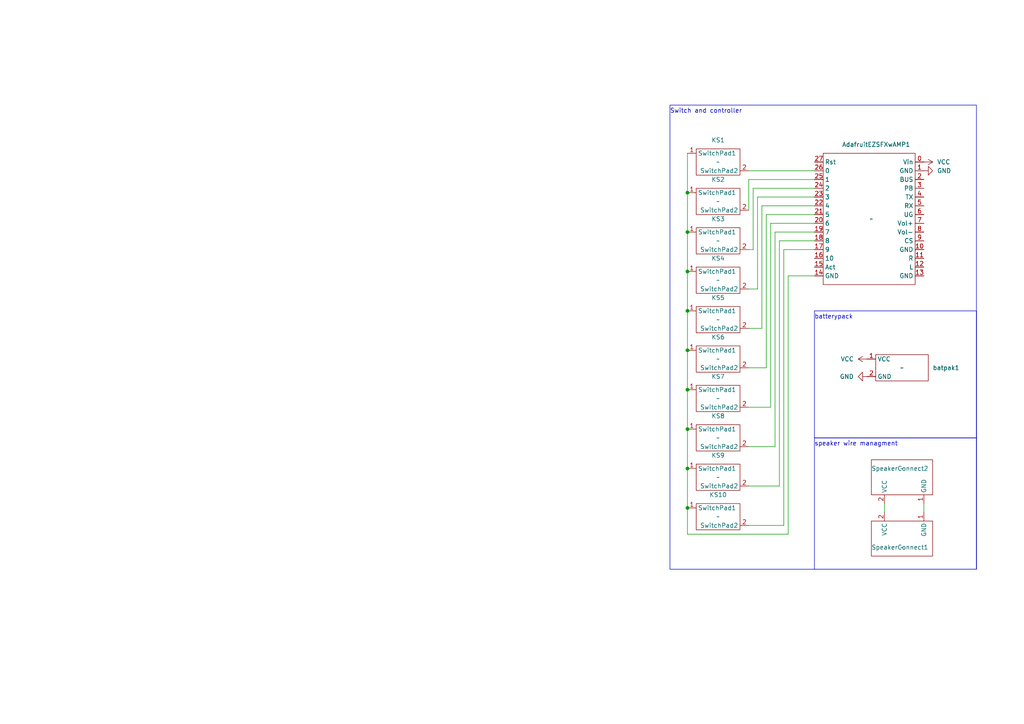
<source format=kicad_sch>
(kicad_sch (version 20230121) (generator eeschema)

  (uuid 2351d917-46bc-4b99-a92d-0352dc7453ac)

  (paper "A4")

  (lib_symbols
    (symbol "SoundboardSchematics:BatteryPack" (in_bom yes) (on_board yes)
      (property "Reference" "batpak" (at 0 0 0)
        (effects (font (size 1.27 1.27)))
      )
      (property "Value" "" (at 0 0 0)
        (effects (font (size 1.27 1.27)))
      )
      (property "Footprint" "SoundboardFootprints:BatteryPack" (at 0 0 0)
        (effects (font (size 1.27 1.27)) hide)
      )
      (property "Datasheet" "" (at 0 0 0)
        (effects (font (size 1.27 1.27)) hide)
      )
      (symbol "BatteryPack_0_1"
        (rectangle (start -7.62 3.81) (end 7.62 -3.81)
          (stroke (width 0) (type default))
          (fill (type none))
        )
      )
      (symbol "BatteryPack_1_1"
        (pin input line (at -10.16 2.54 0) (length 2.54)
          (name "VCC" (effects (font (size 1.27 1.27))))
          (number "1" (effects (font (size 1.27 1.27))))
        )
        (pin input line (at -10.16 -2.54 0) (length 2.54)
          (name "GND" (effects (font (size 1.27 1.27))))
          (number "2" (effects (font (size 1.27 1.27))))
        )
      )
    )
    (symbol "SoundboardSchematics:SpeakerConnections" (in_bom yes) (on_board yes)
      (property "Reference" "SpeakerConnect" (at 0 0 0)
        (effects (font (size 1.27 1.27)))
      )
      (property "Value" "" (at 0 0 0)
        (effects (font (size 1.27 1.27)))
      )
      (property "Footprint" "SoundboardFootprints:SpeakerConnections" (at 0 0 0)
        (effects (font (size 1.27 1.27)) hide)
      )
      (property "Datasheet" "" (at 0 0 0)
        (effects (font (size 1.27 1.27)) hide)
      )
      (symbol "SpeakerConnections_0_1"
        (rectangle (start -8.89 7.62) (end 8.89 -2.54)
          (stroke (width 0) (type default))
          (fill (type none))
        )
      )
      (symbol "SpeakerConnections_1_1"
        (pin input line (at -6.35 10.16 270) (length 2.54)
          (name "GND" (effects (font (size 1.27 1.27))))
          (number "1" (effects (font (size 1.27 1.27))))
        )
        (pin input line (at 5.08 10.16 270) (length 2.54)
          (name "VCC" (effects (font (size 1.27 1.27))))
          (number "2" (effects (font (size 1.27 1.27))))
        )
      )
    )
    (symbol "SoundboardSymbols:Adafruit_EZ_SFX_with_amp" (in_bom yes) (on_board yes)
      (property "Reference" "AdafruitEZSFXwAMP" (at 0 0 90)
        (effects (font (size 1.27 1.27)))
      )
      (property "Value" "" (at 0 0 0)
        (effects (font (size 1.27 1.27)))
      )
      (property "Footprint" "SoundboardFootprints:Adafruit EZ SFX with amp" (at 0 0 0)
        (effects (font (size 1.27 1.27)) hide)
      )
      (property "Datasheet" "" (at 0 0 0)
        (effects (font (size 1.27 1.27)) hide)
      )
      (symbol "Adafruit_EZ_SFX_with_amp_0_0"
        (text "" (at 16.51 -6.35 0)
          (effects (font (size 1.27 1.27)))
        )
      )
      (symbol "Adafruit_EZ_SFX_with_amp_0_1"
        (rectangle (start -13.97 19.05) (end 12.7 -19.05)
          (stroke (width 0) (type default))
          (fill (type none))
        )
      )
      (symbol "Adafruit_EZ_SFX_with_amp_1_1"
        (pin bidirectional line (at 15.24 16.51 180) (length 2.54)
          (name "Vin" (effects (font (size 1.27 1.27))))
          (number "0" (effects (font (size 1.27 1.27))))
        )
        (pin bidirectional line (at 15.24 13.97 180) (length 2.54)
          (name "GND" (effects (font (size 1.27 1.27))))
          (number "1" (effects (font (size 1.27 1.27))))
        )
        (pin bidirectional line (at 15.24 -8.89 180) (length 2.54)
          (name "GND" (effects (font (size 1.27 1.27))))
          (number "10" (effects (font (size 1.27 1.27))))
        )
        (pin bidirectional line (at 15.24 -11.43 180) (length 2.54)
          (name "R" (effects (font (size 1.27 1.27))))
          (number "11" (effects (font (size 1.27 1.27))))
        )
        (pin bidirectional line (at 15.24 -13.97 180) (length 2.54)
          (name "L" (effects (font (size 1.27 1.27))))
          (number "12" (effects (font (size 1.27 1.27))))
        )
        (pin bidirectional line (at 15.24 -16.51 180) (length 2.54)
          (name "GND" (effects (font (size 1.27 1.27))))
          (number "13" (effects (font (size 1.27 1.27))))
        )
        (pin bidirectional line (at -16.51 -16.51 0) (length 2.54)
          (name "GND" (effects (font (size 1.27 1.27))))
          (number "14" (effects (font (size 1.27 1.27))))
        )
        (pin bidirectional line (at -16.51 -13.97 0) (length 2.54)
          (name "Act" (effects (font (size 1.27 1.27))))
          (number "15" (effects (font (size 1.27 1.27))))
        )
        (pin bidirectional line (at -16.51 -11.43 0) (length 2.54)
          (name "10" (effects (font (size 1.27 1.27))))
          (number "16" (effects (font (size 1.27 1.27))))
        )
        (pin bidirectional line (at -16.51 -8.89 0) (length 2.54)
          (name "9" (effects (font (size 1.27 1.27))))
          (number "17" (effects (font (size 1.27 1.27))))
        )
        (pin bidirectional line (at -16.51 -6.35 0) (length 2.54)
          (name "8" (effects (font (size 1.27 1.27))))
          (number "18" (effects (font (size 1.27 1.27))))
        )
        (pin bidirectional line (at -16.51 -3.81 0) (length 2.54)
          (name "7" (effects (font (size 1.27 1.27))))
          (number "19" (effects (font (size 1.27 1.27))))
        )
        (pin bidirectional line (at 15.24 11.43 180) (length 2.54)
          (name "BUS" (effects (font (size 1.27 1.27))))
          (number "2" (effects (font (size 1.27 1.27))))
        )
        (pin bidirectional line (at -16.51 -1.27 0) (length 2.54)
          (name "6" (effects (font (size 1.27 1.27))))
          (number "20" (effects (font (size 1.27 1.27))))
        )
        (pin bidirectional line (at -16.51 1.27 0) (length 2.54)
          (name "5" (effects (font (size 1.27 1.27))))
          (number "21" (effects (font (size 1.27 1.27))))
        )
        (pin bidirectional line (at -16.51 3.81 0) (length 2.54)
          (name "4" (effects (font (size 1.27 1.27))))
          (number "22" (effects (font (size 1.27 1.27))))
        )
        (pin bidirectional line (at -16.51 6.35 0) (length 2.54)
          (name "3" (effects (font (size 1.27 1.27))))
          (number "23" (effects (font (size 1.27 1.27))))
        )
        (pin bidirectional line (at -16.51 8.89 0) (length 2.54)
          (name "2" (effects (font (size 1.27 1.27))))
          (number "24" (effects (font (size 1.27 1.27))))
        )
        (pin bidirectional line (at -16.51 11.43 0) (length 2.54)
          (name "1" (effects (font (size 1.27 1.27))))
          (number "25" (effects (font (size 1.27 1.27))))
        )
        (pin bidirectional line (at -16.51 13.97 0) (length 2.54)
          (name "0" (effects (font (size 1.27 1.27))))
          (number "26" (effects (font (size 1.27 1.27))))
        )
        (pin bidirectional line (at -16.51 16.51 0) (length 2.54)
          (name "Rst" (effects (font (size 1.27 1.27))))
          (number "27" (effects (font (size 1.27 1.27))))
        )
        (pin bidirectional line (at 15.24 8.89 180) (length 2.54)
          (name "PB" (effects (font (size 1.27 1.27))))
          (number "3" (effects (font (size 1.27 1.27))))
        )
        (pin bidirectional line (at 15.24 6.35 180) (length 2.54)
          (name "TX" (effects (font (size 1.27 1.27))))
          (number "4" (effects (font (size 1.27 1.27))))
        )
        (pin bidirectional line (at 15.24 3.81 180) (length 2.54)
          (name "RX" (effects (font (size 1.27 1.27))))
          (number "5" (effects (font (size 1.27 1.27))))
        )
        (pin bidirectional line (at 15.24 1.27 180) (length 2.54)
          (name "UG" (effects (font (size 1.27 1.27))))
          (number "6" (effects (font (size 1.27 1.27))))
        )
        (pin bidirectional line (at 15.24 -1.27 180) (length 2.54)
          (name "Vol+" (effects (font (size 1.27 1.27))))
          (number "7" (effects (font (size 1.27 1.27))))
        )
        (pin bidirectional line (at 15.24 -3.81 180) (length 2.54)
          (name "Vol-" (effects (font (size 1.27 1.27))))
          (number "8" (effects (font (size 1.27 1.27))))
        )
        (pin bidirectional line (at 15.24 -6.35 180) (length 2.54)
          (name "CS" (effects (font (size 1.27 1.27))))
          (number "9" (effects (font (size 1.27 1.27))))
        )
      )
    )
    (symbol "SoundboardSymbols:KeybaordSwtich" (in_bom yes) (on_board yes)
      (property "Reference" "KS" (at 0 0 0)
        (effects (font (size 1.27 1.27)))
      )
      (property "Value" "" (at 0 0 0)
        (effects (font (size 1.27 1.27)))
      )
      (property "Footprint" "SoundboardFootprints:MXOnly-1U-Hotswap" (at 0 0 0)
        (effects (font (size 1.27 1.27)) hide)
      )
      (property "Datasheet" "" (at 0 0 0)
        (effects (font (size 1.27 1.27)) hide)
      )
      (symbol "KeybaordSwtich_0_1"
        (rectangle (start -6.35 3.81) (end 6.35 -3.81)
          (stroke (width 0) (type default))
          (fill (type none))
        )
      )
      (symbol "KeybaordSwtich_1_1"
        (pin input line (at -8.89 2.54 0) (length 2.54)
          (name "SwitchPad1" (effects (font (size 1.27 1.27))))
          (number "1" (effects (font (size 1.27 1.27))))
        )
        (pin input line (at 8.89 -2.54 180) (length 2.54)
          (name "SwitchPad2" (effects (font (size 1.27 1.27))))
          (number "2" (effects (font (size 1.27 1.27))))
        )
      )
    )
    (symbol "power:GND" (power) (pin_names (offset 0)) (in_bom yes) (on_board yes)
      (property "Reference" "#PWR" (at 0 -6.35 0)
        (effects (font (size 1.27 1.27)) hide)
      )
      (property "Value" "GND" (at 0 -3.81 0)
        (effects (font (size 1.27 1.27)))
      )
      (property "Footprint" "" (at 0 0 0)
        (effects (font (size 1.27 1.27)) hide)
      )
      (property "Datasheet" "" (at 0 0 0)
        (effects (font (size 1.27 1.27)) hide)
      )
      (property "ki_keywords" "global power" (at 0 0 0)
        (effects (font (size 1.27 1.27)) hide)
      )
      (property "ki_description" "Power symbol creates a global label with name \"GND\" , ground" (at 0 0 0)
        (effects (font (size 1.27 1.27)) hide)
      )
      (symbol "GND_0_1"
        (polyline
          (pts
            (xy 0 0)
            (xy 0 -1.27)
            (xy 1.27 -1.27)
            (xy 0 -2.54)
            (xy -1.27 -1.27)
            (xy 0 -1.27)
          )
          (stroke (width 0) (type default))
          (fill (type none))
        )
      )
      (symbol "GND_1_1"
        (pin power_in line (at 0 0 270) (length 0) hide
          (name "GND" (effects (font (size 1.27 1.27))))
          (number "1" (effects (font (size 1.27 1.27))))
        )
      )
    )
    (symbol "power:VCC" (power) (pin_names (offset 0)) (in_bom yes) (on_board yes)
      (property "Reference" "#PWR" (at 0 -3.81 0)
        (effects (font (size 1.27 1.27)) hide)
      )
      (property "Value" "VCC" (at 0 3.81 0)
        (effects (font (size 1.27 1.27)))
      )
      (property "Footprint" "" (at 0 0 0)
        (effects (font (size 1.27 1.27)) hide)
      )
      (property "Datasheet" "" (at 0 0 0)
        (effects (font (size 1.27 1.27)) hide)
      )
      (property "ki_keywords" "global power" (at 0 0 0)
        (effects (font (size 1.27 1.27)) hide)
      )
      (property "ki_description" "Power symbol creates a global label with name \"VCC\"" (at 0 0 0)
        (effects (font (size 1.27 1.27)) hide)
      )
      (symbol "VCC_0_1"
        (polyline
          (pts
            (xy -0.762 1.27)
            (xy 0 2.54)
          )
          (stroke (width 0) (type default))
          (fill (type none))
        )
        (polyline
          (pts
            (xy 0 0)
            (xy 0 2.54)
          )
          (stroke (width 0) (type default))
          (fill (type none))
        )
        (polyline
          (pts
            (xy 0 2.54)
            (xy 0.762 1.27)
          )
          (stroke (width 0) (type default))
          (fill (type none))
        )
      )
      (symbol "VCC_1_1"
        (pin power_in line (at 0 0 90) (length 0) hide
          (name "VCC" (effects (font (size 1.27 1.27))))
          (number "1" (effects (font (size 1.27 1.27))))
        )
      )
    )
  )

  (junction (at 199.39 55.88) (diameter 0) (color 0 0 0 0)
    (uuid 18b87479-8072-4cee-b310-cf61be6ad5f1)
  )
  (junction (at 199.39 113.03) (diameter 0) (color 0 0 0 0)
    (uuid 3bb0e50c-5889-462c-9090-8c0d3c4570b8)
  )
  (junction (at 199.39 135.89) (diameter 0) (color 0 0 0 0)
    (uuid 49fc1f74-aaed-4af2-876f-fd045e3253be)
  )
  (junction (at 199.39 78.74) (diameter 0) (color 0 0 0 0)
    (uuid 93178509-9c47-4e8f-963c-86faf17eb85b)
  )
  (junction (at 199.39 101.6) (diameter 0) (color 0 0 0 0)
    (uuid 9bcb9917-620d-4ffe-a8cc-d9b6e1e3abdf)
  )
  (junction (at 199.39 124.46) (diameter 0) (color 0 0 0 0)
    (uuid 9c5905b8-fd02-4631-b168-e758b6d41dd8)
  )
  (junction (at 199.39 147.32) (diameter 0) (color 0 0 0 0)
    (uuid b5018a3d-9ba3-4c3f-be15-4b8ba08dff3b)
  )
  (junction (at 199.39 90.17) (diameter 0) (color 0 0 0 0)
    (uuid bde49da5-e347-4d87-b0c3-549a2026373d)
  )
  (junction (at 199.39 67.31) (diameter 0) (color 0 0 0 0)
    (uuid f38c3675-7050-4a8b-a12a-f82c44009a99)
  )

  (wire (pts (xy 228.6 80.01) (xy 228.6 154.94))
    (stroke (width 0) (type default))
    (uuid 09c056fa-5afb-44cc-859b-c4878d00f148)
  )
  (wire (pts (xy 217.17 49.53) (xy 236.22 49.53))
    (stroke (width 0) (type default))
    (uuid 0ddff8b8-2a31-47e2-8ba8-8c6eb3403475)
  )
  (wire (pts (xy 256.54 146.05) (xy 256.54 148.59))
    (stroke (width 0) (type default))
    (uuid 19ac3196-2ede-4bc9-bc5a-9ca9fa55fb6e)
  )
  (wire (pts (xy 199.39 78.74) (xy 199.39 67.31))
    (stroke (width 0) (type default))
    (uuid 1fc81998-6b61-4bcf-b08e-8079d08b5492)
  )
  (wire (pts (xy 199.39 55.88) (xy 199.39 44.45))
    (stroke (width 0) (type default))
    (uuid 22b97b05-9dac-4083-aede-4d1728f3dde9)
  )
  (wire (pts (xy 199.39 67.31) (xy 199.39 55.88))
    (stroke (width 0) (type default))
    (uuid 3bef1cff-7b7a-4a31-9238-45c9f1b46b8f)
  )
  (wire (pts (xy 226.06 140.97) (xy 217.17 140.97))
    (stroke (width 0) (type default))
    (uuid 3cd53b14-59d1-440e-afca-bd3ddbc4de2e)
  )
  (wire (pts (xy 224.79 67.31) (xy 224.79 129.54))
    (stroke (width 0) (type default))
    (uuid 3d6faed4-3383-443a-a4e6-a846b4bf8b5c)
  )
  (wire (pts (xy 267.97 146.05) (xy 267.97 148.59))
    (stroke (width 0) (type default))
    (uuid 3dbab7ae-f967-4d05-a5b5-1a188db50e94)
  )
  (wire (pts (xy 199.39 90.17) (xy 199.39 78.74))
    (stroke (width 0) (type default))
    (uuid 43c2301d-b979-4b80-a9ba-55370cbb1eee)
  )
  (wire (pts (xy 223.52 118.11) (xy 217.17 118.11))
    (stroke (width 0) (type default))
    (uuid 44f26ff2-a15a-466e-893f-d0b95efa70f0)
  )
  (wire (pts (xy 224.79 129.54) (xy 217.17 129.54))
    (stroke (width 0) (type default))
    (uuid 4a99f49b-caea-4715-a1ce-e9acac5a4b08)
  )
  (wire (pts (xy 236.22 54.61) (xy 218.44 54.61))
    (stroke (width 0) (type default))
    (uuid 519ef2bf-b641-4bd8-9f0b-66040f2eb25f)
  )
  (wire (pts (xy 219.71 57.15) (xy 219.71 83.82))
    (stroke (width 0) (type default))
    (uuid 51d8cbf7-c038-4d3a-83bc-59800a61b395)
  )
  (wire (pts (xy 222.25 62.23) (xy 222.25 106.68))
    (stroke (width 0) (type default))
    (uuid 5ae25928-b534-49a3-a497-0902e43930fb)
  )
  (wire (pts (xy 223.52 64.77) (xy 223.52 118.11))
    (stroke (width 0) (type default))
    (uuid 66a2b6b7-2000-48d2-bfb9-884b6015eac5)
  )
  (wire (pts (xy 236.22 64.77) (xy 223.52 64.77))
    (stroke (width 0) (type default))
    (uuid 682e947c-e452-44de-b701-26a02e097124)
  )
  (wire (pts (xy 236.22 62.23) (xy 222.25 62.23))
    (stroke (width 0) (type default))
    (uuid 68e084e7-c544-4b9e-86f4-d80f6aeea53b)
  )
  (wire (pts (xy 236.22 57.15) (xy 219.71 57.15))
    (stroke (width 0) (type default))
    (uuid 6eec7bc6-7941-4eef-b3bf-5687418b070b)
  )
  (wire (pts (xy 236.22 69.85) (xy 226.06 69.85))
    (stroke (width 0) (type default))
    (uuid 6fde2bfa-448d-4fba-aeb1-04e7e473b410)
  )
  (wire (pts (xy 236.22 80.01) (xy 228.6 80.01))
    (stroke (width 0) (type default))
    (uuid 745af3f8-a419-4ac0-8cd9-171c867f5ec8)
  )
  (wire (pts (xy 199.39 135.89) (xy 199.39 124.46))
    (stroke (width 0) (type default))
    (uuid 7f635af6-6fc6-45d6-92a5-fa25216e9f04)
  )
  (wire (pts (xy 220.98 95.25) (xy 217.17 95.25))
    (stroke (width 0) (type default))
    (uuid 80a7c292-ad7c-4811-b376-456cc550b4ac)
  )
  (wire (pts (xy 218.44 54.61) (xy 218.44 72.39))
    (stroke (width 0) (type default))
    (uuid 8b55f5af-a3d3-471d-b75c-08e914ae03d0)
  )
  (wire (pts (xy 218.44 72.39) (xy 217.17 72.39))
    (stroke (width 0) (type default))
    (uuid 940dd4cd-15dd-44a7-a1ca-118019b2e580)
  )
  (wire (pts (xy 236.22 59.69) (xy 220.98 59.69))
    (stroke (width 0) (type default))
    (uuid a395a2ff-75bf-44fa-8fb3-7e12a1a6555e)
  )
  (wire (pts (xy 236.22 67.31) (xy 224.79 67.31))
    (stroke (width 0) (type default))
    (uuid a67d4fa6-f7db-4534-ad82-ab7cbc6e0c1d)
  )
  (wire (pts (xy 226.06 69.85) (xy 226.06 140.97))
    (stroke (width 0) (type default))
    (uuid a813d299-ad64-4039-8233-53881c8c78f7)
  )
  (wire (pts (xy 236.22 52.07) (xy 217.17 52.07))
    (stroke (width 0) (type default))
    (uuid ac23e94e-b96f-45fd-954c-36239906b0c9)
  )
  (wire (pts (xy 236.22 72.39) (xy 227.33 72.39))
    (stroke (width 0) (type default))
    (uuid b706cac1-de89-4024-847e-9692a7d2c51e)
  )
  (wire (pts (xy 217.17 52.07) (xy 217.17 60.96))
    (stroke (width 0) (type default))
    (uuid ba2b2fb9-62b5-40b4-b4a9-13981656f46e)
  )
  (wire (pts (xy 228.6 154.94) (xy 199.39 154.94))
    (stroke (width 0) (type default))
    (uuid c3a4be51-fbc8-44e2-a28d-f44bdf61122b)
  )
  (wire (pts (xy 199.39 154.94) (xy 199.39 147.32))
    (stroke (width 0) (type default))
    (uuid c55c297d-3f84-4f16-b05a-2c641dfdc199)
  )
  (wire (pts (xy 220.98 59.69) (xy 220.98 95.25))
    (stroke (width 0) (type default))
    (uuid c9ee3636-af75-4610-ac7a-5ed11cf4a033)
  )
  (wire (pts (xy 199.39 113.03) (xy 199.39 101.6))
    (stroke (width 0) (type default))
    (uuid cb83b4d1-f2d0-4ecd-82e3-65bd66c1a9b7)
  )
  (wire (pts (xy 199.39 101.6) (xy 199.39 90.17))
    (stroke (width 0) (type default))
    (uuid d2171f43-8b96-4d42-8a04-94f1c1406f77)
  )
  (wire (pts (xy 227.33 152.4) (xy 217.17 152.4))
    (stroke (width 0) (type default))
    (uuid e30fe8ae-dc76-41f7-9718-7f7abc6d8a5a)
  )
  (wire (pts (xy 222.25 106.68) (xy 217.17 106.68))
    (stroke (width 0) (type default))
    (uuid e6abccc6-db04-4c0d-93b9-c923e9e82dae)
  )
  (wire (pts (xy 199.39 124.46) (xy 199.39 113.03))
    (stroke (width 0) (type default))
    (uuid eecc9ee5-e1f0-47a0-92e2-d557d2236c41)
  )
  (wire (pts (xy 219.71 83.82) (xy 217.17 83.82))
    (stroke (width 0) (type default))
    (uuid f610a75f-55e4-4430-becb-e4d3dc492035)
  )
  (wire (pts (xy 227.33 72.39) (xy 227.33 152.4))
    (stroke (width 0) (type default))
    (uuid f6ec53a2-962b-4d2e-ba45-baed12c9ce40)
  )
  (wire (pts (xy 199.39 147.32) (xy 199.39 135.89))
    (stroke (width 0) (type default))
    (uuid faff5765-9215-425a-ba24-24c481b2bb5d)
  )

  (rectangle (start 194.31 30.48) (end 283.21 165.1)
    (stroke (width 0) (type default))
    (fill (type none))
    (uuid 502e2470-1520-4511-b74c-07fd466f59ef)
  )
  (rectangle (start 236.22 90.17) (end 283.21 127)
    (stroke (width 0) (type default))
    (fill (type none))
    (uuid 71bbb490-21c0-4df5-9a41-00a9ebb49582)
  )
  (rectangle (start 236.22 127) (end 283.21 165.1)
    (stroke (width 0) (type default))
    (fill (type none))
    (uuid 951f1642-1299-4cae-8381-0581218c26f8)
  )

  (text "batterypack" (at 236.22 92.71 0)
    (effects (font (size 1.27 1.27)) (justify left bottom))
    (uuid 44a73af9-4bdf-46dd-a873-310a201f68df)
  )
  (text "speaker wire managment" (at 236.22 129.54 0)
    (effects (font (size 1.27 1.27)) (justify left bottom))
    (uuid 761dd670-79bb-4553-8b9d-fc89f350bdc4)
  )
  (text "Switch and controller" (at 194.31 33.02 0)
    (effects (font (size 1.27 1.27)) (justify left bottom))
    (uuid cf5a3a17-6ac7-423e-be33-9a62c3f152ac)
  )

  (symbol (lib_id "SoundboardSymbols:KeybaordSwtich") (at 208.28 115.57 0) (unit 1)
    (in_bom yes) (on_board yes) (dnp no) (fields_autoplaced)
    (uuid 058b46fc-8a4c-4a24-a9b8-b3f0f7154364)
    (property "Reference" "KS7" (at 208.28 109.22 0)
      (effects (font (size 1.27 1.27)))
    )
    (property "Value" "~" (at 208.28 115.57 0)
      (effects (font (size 1.27 1.27)))
    )
    (property "Footprint" "SoundboardFootprints:MXOnly-1U-Hotswap" (at 208.28 115.57 0)
      (effects (font (size 1.27 1.27)) hide)
    )
    (property "Datasheet" "" (at 208.28 115.57 0)
      (effects (font (size 1.27 1.27)) hide)
    )
    (pin "1" (uuid 0bc09898-8792-47f0-89ff-f7d5a7af80dc))
    (pin "2" (uuid ab0337d9-318d-421a-869e-9d3810ce8b0c))
    (instances
      (project "Soundboardp1"
        (path "/2351d917-46bc-4b99-a92d-0352dc7453ac"
          (reference "KS7") (unit 1)
        )
      )
    )
  )

  (symbol (lib_id "SoundboardSymbols:KeybaordSwtich") (at 208.28 92.71 0) (unit 1)
    (in_bom yes) (on_board yes) (dnp no) (fields_autoplaced)
    (uuid 152c1ab4-0152-4687-b9f6-424b31e2d21c)
    (property "Reference" "KS5" (at 208.28 86.36 0)
      (effects (font (size 1.27 1.27)))
    )
    (property "Value" "~" (at 208.28 92.71 0)
      (effects (font (size 1.27 1.27)))
    )
    (property "Footprint" "SoundboardFootprints:MXOnly-1U-Hotswap" (at 208.28 92.71 0)
      (effects (font (size 1.27 1.27)) hide)
    )
    (property "Datasheet" "" (at 208.28 92.71 0)
      (effects (font (size 1.27 1.27)) hide)
    )
    (pin "1" (uuid 5cf0a1ca-2ca7-493a-97f0-82afeb9eb174))
    (pin "2" (uuid a9539d5d-a502-465e-a939-4691add45131))
    (instances
      (project "Soundboardp1"
        (path "/2351d917-46bc-4b99-a92d-0352dc7453ac"
          (reference "KS5") (unit 1)
        )
      )
    )
  )

  (symbol (lib_id "SoundboardSymbols:KeybaordSwtich") (at 208.28 58.42 0) (unit 1)
    (in_bom yes) (on_board yes) (dnp no) (fields_autoplaced)
    (uuid 1c8155cb-371c-48da-b2ad-64ab8062c457)
    (property "Reference" "KS2" (at 208.28 52.07 0)
      (effects (font (size 1.27 1.27)))
    )
    (property "Value" "~" (at 208.28 58.42 0)
      (effects (font (size 1.27 1.27)))
    )
    (property "Footprint" "SoundboardFootprints:MXOnly-1U-Hotswap" (at 208.28 58.42 0)
      (effects (font (size 1.27 1.27)) hide)
    )
    (property "Datasheet" "" (at 208.28 58.42 0)
      (effects (font (size 1.27 1.27)) hide)
    )
    (pin "1" (uuid 9488d01d-ab69-4279-a885-8b33fc0b580a))
    (pin "2" (uuid 7483d0d0-6175-4b6a-b3b9-2250dd9190c9))
    (instances
      (project "Soundboardp1"
        (path "/2351d917-46bc-4b99-a92d-0352dc7453ac"
          (reference "KS2") (unit 1)
        )
      )
    )
  )

  (symbol (lib_id "SoundboardSymbols:KeybaordSwtich") (at 208.28 104.14 0) (unit 1)
    (in_bom yes) (on_board yes) (dnp no) (fields_autoplaced)
    (uuid 2da95393-31f0-4a8e-9b1f-b271d2407ef0)
    (property "Reference" "KS6" (at 208.28 97.79 0)
      (effects (font (size 1.27 1.27)))
    )
    (property "Value" "~" (at 208.28 104.14 0)
      (effects (font (size 1.27 1.27)))
    )
    (property "Footprint" "SoundboardFootprints:MXOnly-1U-Hotswap" (at 208.28 104.14 0)
      (effects (font (size 1.27 1.27)) hide)
    )
    (property "Datasheet" "" (at 208.28 104.14 0)
      (effects (font (size 1.27 1.27)) hide)
    )
    (pin "1" (uuid b4b0e78d-2ffa-451b-b168-5419d6a4cd3c))
    (pin "2" (uuid bc2c59fe-ed58-4f39-8c1d-8d4f27a6debb))
    (instances
      (project "Soundboardp1"
        (path "/2351d917-46bc-4b99-a92d-0352dc7453ac"
          (reference "KS6") (unit 1)
        )
      )
    )
  )

  (symbol (lib_id "SoundboardSymbols:KeybaordSwtich") (at 208.28 46.99 0) (unit 1)
    (in_bom yes) (on_board yes) (dnp no) (fields_autoplaced)
    (uuid 2eef6011-9712-45a0-8b90-5ed249f64e50)
    (property "Reference" "KS1" (at 208.28 40.64 0)
      (effects (font (size 1.27 1.27)))
    )
    (property "Value" "~" (at 208.28 46.99 0)
      (effects (font (size 1.27 1.27)))
    )
    (property "Footprint" "SoundboardFootprints:MXOnly-1U-Hotswap" (at 208.28 46.99 0)
      (effects (font (size 1.27 1.27)) hide)
    )
    (property "Datasheet" "" (at 208.28 46.99 0)
      (effects (font (size 1.27 1.27)) hide)
    )
    (pin "1" (uuid 21b35ddc-6af0-4af3-b9d4-335479636524))
    (pin "2" (uuid 343b1319-be2f-4b8b-b5c8-164f35ab68a3))
    (instances
      (project "Soundboardp1"
        (path "/2351d917-46bc-4b99-a92d-0352dc7453ac"
          (reference "KS1") (unit 1)
        )
      )
    )
  )

  (symbol (lib_id "SoundboardSchematics:SpeakerConnections") (at 261.62 135.89 180) (unit 1)
    (in_bom yes) (on_board yes) (dnp no)
    (uuid 3b947e25-b9bc-4118-836c-2b2af8d473c4)
    (property "Reference" "SpeakerConnect2" (at 252.73 135.89 0)
      (effects (font (size 1.27 1.27)) (justify right))
    )
    (property "Value" "~" (at 261.62 135.89 0)
      (effects (font (size 1.27 1.27)))
    )
    (property "Footprint" "SoundboardFootprints:SpeakerConnections" (at 261.62 135.89 0)
      (effects (font (size 1.27 1.27)) hide)
    )
    (property "Datasheet" "" (at 261.62 135.89 0)
      (effects (font (size 1.27 1.27)) hide)
    )
    (pin "1" (uuid 80dea775-81c2-4004-b00d-ba2517934529))
    (pin "2" (uuid 4745ae2f-55c3-405e-a362-5ff46976be77))
    (instances
      (project "Soundboardp1"
        (path "/2351d917-46bc-4b99-a92d-0352dc7453ac"
          (reference "SpeakerConnect2") (unit 1)
        )
      )
    )
  )

  (symbol (lib_id "power:VCC") (at 267.97 46.99 270) (unit 1)
    (in_bom yes) (on_board yes) (dnp no) (fields_autoplaced)
    (uuid 572f6920-6159-4ed6-a62c-efc1b3ce60fe)
    (property "Reference" "#PWR04" (at 264.16 46.99 0)
      (effects (font (size 1.27 1.27)) hide)
    )
    (property "Value" "VCC" (at 271.78 46.99 90)
      (effects (font (size 1.27 1.27)) (justify left))
    )
    (property "Footprint" "" (at 267.97 46.99 0)
      (effects (font (size 1.27 1.27)) hide)
    )
    (property "Datasheet" "" (at 267.97 46.99 0)
      (effects (font (size 1.27 1.27)) hide)
    )
    (pin "1" (uuid 3eca3d53-58d8-4a67-9684-8cf336b32d4a))
    (instances
      (project "Soundboardp1"
        (path "/2351d917-46bc-4b99-a92d-0352dc7453ac"
          (reference "#PWR04") (unit 1)
        )
      )
    )
  )

  (symbol (lib_id "SoundboardSymbols:Adafruit_EZ_SFX_with_amp") (at 252.73 63.5 0) (unit 1)
    (in_bom yes) (on_board yes) (dnp no) (fields_autoplaced)
    (uuid 687e4d31-e4f7-482b-b79c-7dcd9282b737)
    (property "Reference" "AdafruitEZSFXwAMP1" (at 254.1191 41.91 0)
      (effects (font (size 1.27 1.27)))
    )
    (property "Value" "~" (at 252.73 63.5 0)
      (effects (font (size 1.27 1.27)))
    )
    (property "Footprint" "SoundboardFootprints:Adafruit EZ SFX with amp" (at 252.73 63.5 0)
      (effects (font (size 1.27 1.27)) hide)
    )
    (property "Datasheet" "" (at 252.73 63.5 0)
      (effects (font (size 1.27 1.27)) hide)
    )
    (pin "0" (uuid 509203a9-540f-4401-b40a-61921ec92343))
    (pin "1" (uuid bd685e69-368a-4fd2-8d82-31d2cf4f61b2))
    (pin "10" (uuid 495d1e4a-5a3f-4805-ae80-e379e1448159))
    (pin "11" (uuid 2db346e9-7e03-4130-8e68-5cd8b8ca2fdb))
    (pin "12" (uuid 206fb718-9135-4b79-a2e8-8263dd672a11))
    (pin "13" (uuid 448f10d0-85d0-485f-9523-da6d11acfca5))
    (pin "14" (uuid 57a86e89-e1f5-4e62-b6df-cc335499bf18))
    (pin "15" (uuid 3f3a43c1-5b5f-4b76-be7c-69c6d9270e47))
    (pin "16" (uuid 722da940-38e7-425a-b31e-751e61958893))
    (pin "17" (uuid 8e0d1dba-0bdf-44ae-9a41-6f573145c72c))
    (pin "18" (uuid ab5cd6de-7eac-443c-97f5-adfbf3243f15))
    (pin "19" (uuid 941c6d01-fca1-4f3e-89c8-8976f422165d))
    (pin "2" (uuid 0ea4c83b-a17b-4f7d-8db8-ee6d5ab80666))
    (pin "20" (uuid 773d872a-c598-49f7-87d6-32683801ea4f))
    (pin "21" (uuid cccd7f38-dcb7-4dad-ba82-838f2d9c95a9))
    (pin "22" (uuid bf804d7c-8df3-4728-89ee-eb8159e80ea9))
    (pin "23" (uuid f2ae303b-5800-4a7b-90cc-3c6ad35551d5))
    (pin "24" (uuid 822bced7-7eee-4186-a665-4f2b7cd53d4d))
    (pin "25" (uuid eb3da153-40dd-46a3-b413-58780345ee71))
    (pin "26" (uuid 9033ec35-d998-497e-806b-581688aa851c))
    (pin "27" (uuid 69d14b97-6793-4725-a53c-766421b0178d))
    (pin "3" (uuid de22fd35-7238-4366-ac62-04d1eac0d055))
    (pin "4" (uuid 31418343-aca7-43f7-9db9-96c121a8e2be))
    (pin "5" (uuid 6e0d8bf4-6018-4873-8087-15ec12aef058))
    (pin "6" (uuid 0a49fb95-f3fe-4284-8df8-be0b11a97c9d))
    (pin "7" (uuid 0031f86b-1191-4957-8074-4be4582848e3))
    (pin "8" (uuid 4c60c80d-ba9f-44b3-83f3-f543fa43f20e))
    (pin "9" (uuid 63612f8b-e0e2-4d0a-9b84-b751550740a4))
    (instances
      (project "Soundboardp1"
        (path "/2351d917-46bc-4b99-a92d-0352dc7453ac"
          (reference "AdafruitEZSFXwAMP1") (unit 1)
        )
      )
    )
  )

  (symbol (lib_id "power:GND") (at 251.46 109.22 270) (unit 1)
    (in_bom yes) (on_board yes) (dnp no) (fields_autoplaced)
    (uuid 7504afc3-7ea2-4cca-b5a3-1c41ca30206a)
    (property "Reference" "#PWR02" (at 245.11 109.22 0)
      (effects (font (size 1.27 1.27)) hide)
    )
    (property "Value" "GND" (at 247.65 109.22 90)
      (effects (font (size 1.27 1.27)) (justify right))
    )
    (property "Footprint" "" (at 251.46 109.22 0)
      (effects (font (size 1.27 1.27)) hide)
    )
    (property "Datasheet" "" (at 251.46 109.22 0)
      (effects (font (size 1.27 1.27)) hide)
    )
    (pin "1" (uuid ba47305e-87de-4843-b9e5-f09504b8e3f6))
    (instances
      (project "Soundboardp1"
        (path "/2351d917-46bc-4b99-a92d-0352dc7453ac"
          (reference "#PWR02") (unit 1)
        )
      )
    )
  )

  (symbol (lib_id "SoundboardSymbols:KeybaordSwtich") (at 208.28 138.43 0) (unit 1)
    (in_bom yes) (on_board yes) (dnp no) (fields_autoplaced)
    (uuid 76695514-f6c4-41d1-beb6-223c26368237)
    (property "Reference" "KS9" (at 208.28 132.08 0)
      (effects (font (size 1.27 1.27)))
    )
    (property "Value" "~" (at 208.28 138.43 0)
      (effects (font (size 1.27 1.27)))
    )
    (property "Footprint" "SoundboardFootprints:MXOnly-1U-Hotswap" (at 208.28 138.43 0)
      (effects (font (size 1.27 1.27)) hide)
    )
    (property "Datasheet" "" (at 208.28 138.43 0)
      (effects (font (size 1.27 1.27)) hide)
    )
    (pin "1" (uuid 64a12d98-f144-4b05-9bb4-7087f2ee8323))
    (pin "2" (uuid 9cc826d9-7d05-4ffd-b904-3ee26b04f8b6))
    (instances
      (project "Soundboardp1"
        (path "/2351d917-46bc-4b99-a92d-0352dc7453ac"
          (reference "KS9") (unit 1)
        )
      )
    )
  )

  (symbol (lib_id "power:VCC") (at 251.46 104.14 90) (unit 1)
    (in_bom yes) (on_board yes) (dnp no) (fields_autoplaced)
    (uuid 7d6ec222-a93b-4525-a42f-8695d2299b1e)
    (property "Reference" "#PWR05" (at 255.27 104.14 0)
      (effects (font (size 1.27 1.27)) hide)
    )
    (property "Value" "VCC" (at 247.65 104.14 90)
      (effects (font (size 1.27 1.27)) (justify left))
    )
    (property "Footprint" "" (at 251.46 104.14 0)
      (effects (font (size 1.27 1.27)) hide)
    )
    (property "Datasheet" "" (at 251.46 104.14 0)
      (effects (font (size 1.27 1.27)) hide)
    )
    (pin "1" (uuid a44e1623-4eba-4ad9-9fba-c202e5df1e04))
    (instances
      (project "Soundboardp1"
        (path "/2351d917-46bc-4b99-a92d-0352dc7453ac"
          (reference "#PWR05") (unit 1)
        )
      )
    )
  )

  (symbol (lib_id "power:GND") (at 267.97 49.53 90) (unit 1)
    (in_bom yes) (on_board yes) (dnp no) (fields_autoplaced)
    (uuid 7e134e57-8570-4292-9aa2-c08b67f7d694)
    (property "Reference" "#PWR03" (at 274.32 49.53 0)
      (effects (font (size 1.27 1.27)) hide)
    )
    (property "Value" "GND" (at 271.78 49.53 90)
      (effects (font (size 1.27 1.27)) (justify right))
    )
    (property "Footprint" "" (at 267.97 49.53 0)
      (effects (font (size 1.27 1.27)) hide)
    )
    (property "Datasheet" "" (at 267.97 49.53 0)
      (effects (font (size 1.27 1.27)) hide)
    )
    (pin "1" (uuid 9e7b2ef9-0416-4592-a1fc-e72601daafb6))
    (instances
      (project "Soundboardp1"
        (path "/2351d917-46bc-4b99-a92d-0352dc7453ac"
          (reference "#PWR03") (unit 1)
        )
      )
    )
  )

  (symbol (lib_id "SoundboardSymbols:KeybaordSwtich") (at 208.28 149.86 0) (unit 1)
    (in_bom yes) (on_board yes) (dnp no) (fields_autoplaced)
    (uuid addf572a-7aa5-4651-9d31-b3cd0117fe60)
    (property "Reference" "KS10" (at 208.28 143.51 0)
      (effects (font (size 1.27 1.27)))
    )
    (property "Value" "~" (at 208.28 149.86 0)
      (effects (font (size 1.27 1.27)))
    )
    (property "Footprint" "SoundboardFootprints:MXOnly-1U-Hotswap" (at 208.28 149.86 0)
      (effects (font (size 1.27 1.27)) hide)
    )
    (property "Datasheet" "" (at 208.28 149.86 0)
      (effects (font (size 1.27 1.27)) hide)
    )
    (pin "1" (uuid c3425b04-b7b8-4931-b68f-2f921d1b97fc))
    (pin "2" (uuid c9b2ecd6-28c0-4e17-8768-5af673fb44c2))
    (instances
      (project "Soundboardp1"
        (path "/2351d917-46bc-4b99-a92d-0352dc7453ac"
          (reference "KS10") (unit 1)
        )
      )
    )
  )

  (symbol (lib_id "SoundboardSymbols:KeybaordSwtich") (at 208.28 69.85 0) (unit 1)
    (in_bom yes) (on_board yes) (dnp no) (fields_autoplaced)
    (uuid c2dfc44c-4371-442f-b7e1-c125ed7bd80e)
    (property "Reference" "KS3" (at 208.28 63.5 0)
      (effects (font (size 1.27 1.27)))
    )
    (property "Value" "~" (at 208.28 69.85 0)
      (effects (font (size 1.27 1.27)))
    )
    (property "Footprint" "SoundboardFootprints:MXOnly-1U-Hotswap" (at 208.28 69.85 0)
      (effects (font (size 1.27 1.27)) hide)
    )
    (property "Datasheet" "" (at 208.28 69.85 0)
      (effects (font (size 1.27 1.27)) hide)
    )
    (pin "1" (uuid 0ff0b4ad-95e5-4213-a239-79dd70661a3d))
    (pin "2" (uuid eaf42e6f-0c87-4e40-afe9-c0635d256087))
    (instances
      (project "Soundboardp1"
        (path "/2351d917-46bc-4b99-a92d-0352dc7453ac"
          (reference "KS3") (unit 1)
        )
      )
    )
  )

  (symbol (lib_id "SoundboardSymbols:KeybaordSwtich") (at 208.28 81.28 0) (unit 1)
    (in_bom yes) (on_board yes) (dnp no) (fields_autoplaced)
    (uuid d4c79ed3-6335-4641-80ed-9ef090cbceba)
    (property "Reference" "KS4" (at 208.28 74.93 0)
      (effects (font (size 1.27 1.27)))
    )
    (property "Value" "~" (at 208.28 81.28 0)
      (effects (font (size 1.27 1.27)))
    )
    (property "Footprint" "SoundboardFootprints:MXOnly-1U-Hotswap" (at 208.28 81.28 0)
      (effects (font (size 1.27 1.27)) hide)
    )
    (property "Datasheet" "" (at 208.28 81.28 0)
      (effects (font (size 1.27 1.27)) hide)
    )
    (pin "1" (uuid f90d3cf0-1c40-4d72-9d80-c2db0b4828f0))
    (pin "2" (uuid 1468e572-8635-473d-95d1-fc4fee2f0188))
    (instances
      (project "Soundboardp1"
        (path "/2351d917-46bc-4b99-a92d-0352dc7453ac"
          (reference "KS4") (unit 1)
        )
      )
    )
  )

  (symbol (lib_id "SoundboardSchematics:BatteryPack") (at 261.62 106.68 0) (unit 1)
    (in_bom yes) (on_board yes) (dnp no) (fields_autoplaced)
    (uuid e7a1c6a5-e397-44af-abff-2645587549ef)
    (property "Reference" "batpak1" (at 270.51 106.68 0)
      (effects (font (size 1.27 1.27)) (justify left))
    )
    (property "Value" "~" (at 261.62 106.68 0)
      (effects (font (size 1.27 1.27)))
    )
    (property "Footprint" "SoundboardFootprints:BatteryPack" (at 261.62 106.68 0)
      (effects (font (size 1.27 1.27)) hide)
    )
    (property "Datasheet" "" (at 261.62 106.68 0)
      (effects (font (size 1.27 1.27)) hide)
    )
    (pin "1" (uuid efbd4239-f551-46e7-9c3d-336a2e996e9f))
    (pin "2" (uuid 5cf9ff25-4a18-4629-bb65-4f7c699ca614))
    (instances
      (project "Soundboardp1"
        (path "/2351d917-46bc-4b99-a92d-0352dc7453ac"
          (reference "batpak1") (unit 1)
        )
      )
    )
  )

  (symbol (lib_id "SoundboardSchematics:SpeakerConnections") (at 261.62 158.75 0) (mirror y) (unit 1)
    (in_bom yes) (on_board yes) (dnp no)
    (uuid f465002c-627d-4733-bb74-46655f6922b8)
    (property "Reference" "SpeakerConnect1" (at 252.73 158.75 0)
      (effects (font (size 1.27 1.27)) (justify right))
    )
    (property "Value" "~" (at 261.62 158.75 0)
      (effects (font (size 1.27 1.27)))
    )
    (property "Footprint" "SoundboardFootprints:SpeakerConnections" (at 261.62 158.75 0)
      (effects (font (size 1.27 1.27)) hide)
    )
    (property "Datasheet" "" (at 261.62 158.75 0)
      (effects (font (size 1.27 1.27)) hide)
    )
    (pin "1" (uuid 57483d91-88f5-4392-aaa7-3849c558fe35))
    (pin "2" (uuid b498c248-5e7c-4606-a0e9-b9fb26d0c913))
    (instances
      (project "Soundboardp1"
        (path "/2351d917-46bc-4b99-a92d-0352dc7453ac"
          (reference "SpeakerConnect1") (unit 1)
        )
      )
    )
  )

  (symbol (lib_id "SoundboardSymbols:KeybaordSwtich") (at 208.28 127 0) (unit 1)
    (in_bom yes) (on_board yes) (dnp no) (fields_autoplaced)
    (uuid fc824e3e-307b-446c-9406-cc26440a1a06)
    (property "Reference" "KS8" (at 208.28 120.65 0)
      (effects (font (size 1.27 1.27)))
    )
    (property "Value" "~" (at 208.28 127 0)
      (effects (font (size 1.27 1.27)))
    )
    (property "Footprint" "SoundboardFootprints:MXOnly-1U-Hotswap" (at 208.28 127 0)
      (effects (font (size 1.27 1.27)) hide)
    )
    (property "Datasheet" "" (at 208.28 127 0)
      (effects (font (size 1.27 1.27)) hide)
    )
    (pin "1" (uuid 096ba70e-bd46-491b-86fa-3d06eba1df25))
    (pin "2" (uuid 099dda97-670e-4baa-80d8-d15687f73f06))
    (instances
      (project "Soundboardp1"
        (path "/2351d917-46bc-4b99-a92d-0352dc7453ac"
          (reference "KS8") (unit 1)
        )
      )
    )
  )

  (sheet_instances
    (path "/" (page "1"))
  )
)

</source>
